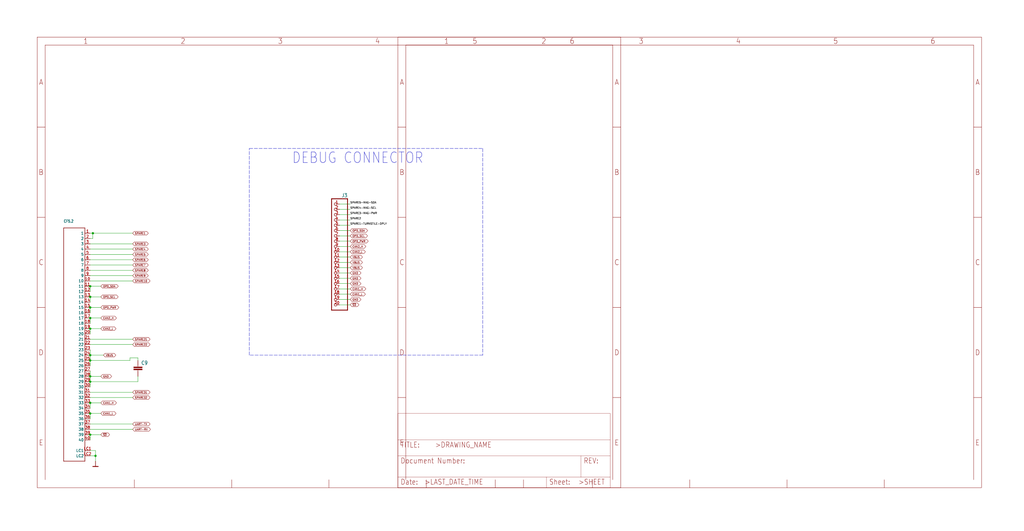
<source format=kicad_sch>
(kicad_sch (version 20211123) (generator eeschema)
  (paper "User" 490.22 254.406)
  (lib_symbols
    (symbol "oresat-backplane-1u-eagle-import:C-EU1206-B"
      (property "Reference" "C" (at 1.524 0.381 0))
      (property "Value" "C-EU1206-B" (at 1.524 -4.699 0))
      (symbol "C-EU1206-B_1_0"
        (rectangle (start -2.032 -2.032) (end 2.032 -1.524) (fill (type outline)))
        (rectangle (start -2.032 -1.016) (end 2.032 -0.508) (fill (type outline)))
        (polyline (pts (xy 0 -2.54) (xy 0 -2.032)) (stroke (width 0.1524)))
        (polyline (pts (xy 0 0) (xy 0 -0.508)) (stroke (width 0.1524)))
        (pin passive line (at 0 2.54 270) (length 2.54) (name "1") (number "1"))
        (pin passive line (at 0 -5.08 90) (length 2.54) (name "2") (number "2"))
      )
    )
    (symbol "oresat-backplane-1u-eagle-import:FRAME_A_L"
      (symbol "FRAME_A_L_0_0"
        (polyline (pts (xy 0 43.18) (xy 3.81 43.18)))
        (polyline (pts (xy 0 86.36) (xy 3.81 86.36)))
        (polyline (pts (xy 0 129.54) (xy 3.81 129.54)))
        (polyline (pts (xy 0 172.72) (xy 3.81 172.72)))
        (polyline (pts (xy 3.81 3.81) (xy 3.81 212.09)))
        (polyline (pts (xy 46.5667 0) (xy 46.5667 3.81)))
        (polyline (pts (xy 93.1333 0) (xy 93.1333 3.81)))
        (polyline (pts (xy 139.7 0) (xy 139.7 3.81)))
        (polyline (pts (xy 186.2667 0) (xy 186.2667 3.81)))
        (polyline (pts (xy 232.8333 0) (xy 232.8333 3.81)))
        (polyline (pts (xy 275.59 3.81) (xy 275.59 212.09)))
        (polyline (pts (xy 275.59 43.18) (xy 279.4 43.18)))
        (polyline (pts (xy 275.59 86.36) (xy 279.4 86.36)))
        (polyline (pts (xy 275.59 129.54) (xy 279.4 129.54)))
        (polyline (pts (xy 275.59 172.72) (xy 279.4 172.72)))
        (polyline (pts (xy 275.59 212.09) (xy 3.81 212.09)))
        (polyline (pts (xy 0 0) (xy 279.4 0) (xy 279.4 215.9) (xy 0 215.9) (xy 0 0)))
        (text "1" (at 23.2833 213.995 0) (effects (font (size 2.54 2.286))))
        (text "2" (at 69.85 213.995 0) (effects (font (size 2.54 2.286))))
        (text "3" (at 116.4167 213.995 0) (effects (font (size 2.54 2.286))))
        (text "4" (at 162.9833 213.995 0) (effects (font (size 2.54 2.286))))
        (text "5" (at 209.55 213.995 0) (effects (font (size 2.54 2.286))))
        (text "6" (at 256.1167 213.995 0) (effects (font (size 2.54 2.286))))
        (text "A" (at 1.905 194.31 0) (effects (font (size 2.54 2.286))))
        (text "A" (at 277.495 194.31 0) (effects (font (size 2.54 2.286))))
        (text "B" (at 1.905 151.13 0) (effects (font (size 2.54 2.286))))
        (text "B" (at 277.495 151.13 0) (effects (font (size 2.54 2.286))))
        (text "C" (at 1.905 107.95 0) (effects (font (size 2.54 2.286))))
        (text "C" (at 277.495 107.95 0) (effects (font (size 2.54 2.286))))
        (text "D" (at 1.905 64.77 0) (effects (font (size 2.54 2.286))))
        (text "D" (at 277.495 64.77 0) (effects (font (size 2.54 2.286))))
        (text "E" (at 1.905 21.59 0) (effects (font (size 2.54 2.286))))
        (text "E" (at 277.495 21.59 0) (effects (font (size 2.54 2.286))))
      )
      (symbol "FRAME_A_L_2_0"
        (polyline (pts (xy 0 0) (xy 0 5.08)) (stroke (width 0.1016)))
        (polyline (pts (xy 0 0) (xy 71.12 0)) (stroke (width 0.1016)))
        (polyline (pts (xy 0 5.08) (xy 0 15.24)) (stroke (width 0.1016)))
        (polyline (pts (xy 0 5.08) (xy 71.12 5.08)) (stroke (width 0.1016)))
        (polyline (pts (xy 0 15.24) (xy 0 22.86)) (stroke (width 0.1016)))
        (polyline (pts (xy 0 22.86) (xy 0 35.56)) (stroke (width 0.1016)))
        (polyline (pts (xy 0 22.86) (xy 101.6 22.86)) (stroke (width 0.1016)))
        (polyline (pts (xy 71.12 0) (xy 101.6 0)) (stroke (width 0.1016)))
        (polyline (pts (xy 71.12 5.08) (xy 71.12 0)) (stroke (width 0.1016)))
        (polyline (pts (xy 71.12 5.08) (xy 87.63 5.08)) (stroke (width 0.1016)))
        (polyline (pts (xy 87.63 5.08) (xy 101.6 5.08)) (stroke (width 0.1016)))
        (polyline (pts (xy 87.63 15.24) (xy 0 15.24)) (stroke (width 0.1016)))
        (polyline (pts (xy 87.63 15.24) (xy 87.63 5.08)) (stroke (width 0.1016)))
        (polyline (pts (xy 101.6 5.08) (xy 101.6 0)) (stroke (width 0.1016)))
        (polyline (pts (xy 101.6 15.24) (xy 87.63 15.24)) (stroke (width 0.1016)))
        (polyline (pts (xy 101.6 15.24) (xy 101.6 5.08)) (stroke (width 0.1016)))
        (polyline (pts (xy 101.6 22.86) (xy 101.6 15.24)) (stroke (width 0.1016)))
        (polyline (pts (xy 101.6 35.56) (xy 0 35.56)) (stroke (width 0.1016)))
        (polyline (pts (xy 101.6 35.56) (xy 101.6 22.86)) (stroke (width 0.1016)))
        (text ">DRAWING_NAME" (at 17.78 19.05 0) (effects (font (size 2.54 2.159)) (justify left bottom)))
        (text ">LAST_DATE_TIME" (at 12.7 1.27 0) (effects (font (size 2.54 2.159)) (justify left bottom)))
        (text ">SHEET" (at 86.36 1.27 0) (effects (font (size 2.54 2.159)) (justify left bottom)))
        (text "Date:" (at 1.27 1.27 0) (effects (font (size 2.54 2.159)) (justify left bottom)))
        (text "Document Number:" (at 1.27 11.43 0) (effects (font (size 2.54 2.159)) (justify left bottom)))
        (text "REV:" (at 88.9 11.43 0) (effects (font (size 2.54 2.159)) (justify left bottom)))
        (text "Sheet:" (at 72.39 1.27 0) (effects (font (size 2.54 2.159)) (justify left bottom)))
        (text "TITLE:" (at 1.27 19.05 0) (effects (font (size 2.54 2.159)) (justify left bottom)))
      )
    )
    (symbol "oresat-backplane-1u-eagle-import:GND" (power)
      (symbol "GND_1_0"
        (polyline (pts (xy -1.27 -2.54) (xy 1.27 -2.54)) (stroke (width 0.4064)))
        (pin power_in line (at 0 0 270) (length 2.54) (name "GND") (number "1"))
      )
    )
    (symbol "oresat-backplane-1u-eagle-import:HARWIN-M50-3501042"
      (property "Reference" "J" (at -6.35 26.035 0))
      (property "Value" "HARWIN-M50-3501042" (at -6.35 -30.48 0))
      (symbol "HARWIN-M50-3501042_1_0"
        (polyline (pts (xy -6.35 -27.94) (xy 1.27 -27.94)) (stroke (width 0.4064)))
        (polyline (pts (xy -6.35 25.4) (xy -6.35 -27.94)) (stroke (width 0.4064)))
        (polyline (pts (xy 1.27 -27.94) (xy 1.27 25.4)) (stroke (width 0.4064)))
        (polyline (pts (xy 1.27 25.4) (xy -6.35 25.4)) (stroke (width 0.4064)))
        (pin passive inverted (at -2.54 22.86 0) (length 2.54) (name "1") (number "1"))
        (pin passive inverted (at -2.54 0 0) (length 2.54) (name "10") (number "10"))
        (pin passive inverted (at -2.54 -2.54 0) (length 2.54) (name "11") (number "11"))
        (pin passive inverted (at -2.54 -5.08 0) (length 2.54) (name "12") (number "12"))
        (pin passive inverted (at -2.54 -7.62 0) (length 2.54) (name "13") (number "13"))
        (pin passive inverted (at -2.54 -10.16 0) (length 2.54) (name "14") (number "14"))
        (pin passive inverted (at -2.54 -12.7 0) (length 2.54) (name "15") (number "15"))
        (pin passive inverted (at -2.54 -15.24 0) (length 2.54) (name "16") (number "16"))
        (pin passive inverted (at -2.54 -17.78 0) (length 2.54) (name "17") (number "17"))
        (pin passive inverted (at -2.54 -20.32 0) (length 2.54) (name "18") (number "18"))
        (pin passive inverted (at -2.54 -22.86 0) (length 2.54) (name "19") (number "19"))
        (pin passive inverted (at -2.54 20.32 0) (length 2.54) (name "2") (number "2"))
        (pin passive inverted (at -2.54 -25.4 0) (length 2.54) (name "20") (number "20"))
        (pin passive inverted (at -2.54 17.78 0) (length 2.54) (name "3") (number "3"))
        (pin passive inverted (at -2.54 15.24 0) (length 2.54) (name "4") (number "4"))
        (pin passive inverted (at -2.54 12.7 0) (length 2.54) (name "5") (number "5"))
        (pin passive inverted (at -2.54 10.16 0) (length 2.54) (name "6") (number "6"))
        (pin passive inverted (at -2.54 7.62 0) (length 2.54) (name "7") (number "7"))
        (pin passive inverted (at -2.54 5.08 0) (length 2.54) (name "8") (number "8"))
        (pin passive inverted (at -2.54 2.54 0) (length 2.54) (name "9") (number "9"))
      )
    )
    (symbol "oresat-backplane-1u-eagle-import:SFM-120-X1-XXX-D"
      (property "Reference" "J" (at -2.54 50.8 0))
      (property "Value" "SFM-120-X1-XXX-D" (at -2.54 49.53 0))
      (symbol "SFM-120-X1-XXX-D_1_0"
        (polyline (pts (xy -2.54 -63.5) (xy -2.54 48.26)) (stroke (width 0.254)))
        (polyline (pts (xy -2.54 48.26) (xy 7.62 48.26)) (stroke (width 0.254)))
        (polyline (pts (xy 7.62 -63.5) (xy -2.54 -63.5)) (stroke (width 0.254)))
        (polyline (pts (xy 7.62 48.26) (xy 7.62 -63.5)) (stroke (width 0.254)))
        (pin passive line (at 10.16 45.72 180) (length 2.54) (name "1") (number "1"))
        (pin passive line (at 10.16 22.86 180) (length 2.54) (name "10") (number "10"))
        (pin passive line (at 10.16 20.32 180) (length 2.54) (name "11") (number "11"))
        (pin passive line (at 10.16 17.78 180) (length 2.54) (name "12") (number "12"))
        (pin passive line (at 10.16 15.24 180) (length 2.54) (name "13") (number "13"))
        (pin passive line (at 10.16 12.7 180) (length 2.54) (name "14") (number "14"))
        (pin passive line (at 10.16 10.16 180) (length 2.54) (name "15") (number "15"))
        (pin passive line (at 10.16 7.62 180) (length 2.54) (name "16") (number "16"))
        (pin passive line (at 10.16 5.08 180) (length 2.54) (name "17") (number "17"))
        (pin passive line (at 10.16 2.54 180) (length 2.54) (name "18") (number "18"))
        (pin passive line (at 10.16 0 180) (length 2.54) (name "19") (number "19"))
        (pin passive line (at 10.16 43.18 180) (length 2.54) (name "2") (number "2"))
        (pin passive line (at 10.16 -2.54 180) (length 2.54) (name "20") (number "20"))
        (pin passive line (at 10.16 -5.08 180) (length 2.54) (name "21") (number "21"))
        (pin passive line (at 10.16 -7.62 180) (length 2.54) (name "22") (number "22"))
        (pin passive line (at 10.16 -10.16 180) (length 2.54) (name "23") (number "23"))
        (pin passive line (at 10.16 -12.7 180) (length 2.54) (name "24") (number "24"))
        (pin passive line (at 10.16 -15.24 180) (length 2.54) (name "25") (number "25"))
        (pin passive line (at 10.16 -17.78 180) (length 2.54) (name "26") (number "26"))
        (pin passive line (at 10.16 -20.32 180) (length 2.54) (name "27") (number "27"))
        (pin passive line (at 10.16 -22.86 180) (length 2.54) (name "28") (number "28"))
        (pin passive line (at 10.16 -25.4 180) (length 2.54) (name "29") (number "29"))
        (pin passive line (at 10.16 40.64 180) (length 2.54) (name "3") (number "3"))
        (pin passive line (at 10.16 -27.94 180) (length 2.54) (name "30") (number "30"))
        (pin passive line (at 10.16 -30.48 180) (length 2.54) (name "31") (number "31"))
        (pin passive line (at 10.16 -33.02 180) (length 2.54) (name "32") (number "32"))
        (pin passive line (at 10.16 -35.56 180) (length 2.54) (name "33") (number "33"))
        (pin passive line (at 10.16 -38.1 180) (length 2.54) (name "34") (number "34"))
        (pin passive line (at 10.16 -40.64 180) (length 2.54) (name "35") (number "35"))
        (pin passive line (at 10.16 -43.18 180) (length 2.54) (name "36") (number "36"))
        (pin passive line (at 10.16 -45.72 180) (length 2.54) (name "37") (number "37"))
        (pin passive line (at 10.16 -48.26 180) (length 2.54) (name "38") (number "38"))
        (pin passive line (at 10.16 -50.8 180) (length 2.54) (name "39") (number "39"))
        (pin passive line (at 10.16 38.1 180) (length 2.54) (name "4") (number "4"))
        (pin passive line (at 10.16 -53.34 180) (length 2.54) (name "40") (number "40"))
        (pin passive line (at 10.16 35.56 180) (length 2.54) (name "5") (number "5"))
        (pin passive line (at 10.16 33.02 180) (length 2.54) (name "6") (number "6"))
        (pin passive line (at 10.16 30.48 180) (length 2.54) (name "7") (number "7"))
        (pin passive line (at 10.16 27.94 180) (length 2.54) (name "8") (number "8"))
        (pin passive line (at 10.16 25.4 180) (length 2.54) (name "9") (number "9"))
        (pin passive line (at 10.16 -58.42 180) (length 2.54) (name "LC1") (number "LC1"))
        (pin passive line (at 10.16 -60.96 180) (length 2.54) (name "LC2") (number "LC2"))
      )
    )
  )
  (junction (at 43.18 170.18))
  (junction (at 44.45 111.76))
  (junction (at 43.18 180.34))
  (junction (at 43.18 182.88))
  (junction (at 43.18 193.04))
  (junction (at 43.18 142.24))
  (junction (at 43.18 152.4))
  (junction (at 43.18 157.48))
  (junction (at 43.18 172.72))
  (junction (at 45.72 218.44))
  (junction (at 43.18 208.28))
  (junction (at 43.18 137.16))
  (junction (at 43.18 198.12))
  (junction (at 43.18 147.32))
  (wire (pts (xy 43.18 137.16) (xy 43.18 139.7)))
  (wire (pts (xy 167.64 120.65) (xy 162.56 120.65)))
  (wire (pts (xy 43.18 134.62) (xy 63.5 134.62)))
  (polyline (pts (xy 119.38 170.18) (xy 119.38 71.12)))
  (wire (pts (xy 167.64 133.35) (xy 162.56 133.35)))
  (wire (pts (xy 44.45 111.76) (xy 63.5 111.76)))
  (wire (pts (xy 167.64 146.05) (xy 162.56 146.05)))
  (wire (pts (xy 167.64 113.03) (xy 162.56 113.03)))
  (wire (pts (xy 66.04 171.45) (xy 66.04 172.72)))
  (wire (pts (xy 43.18 157.48) (xy 43.18 160.02)))
  (wire (pts (xy 43.18 218.44) (xy 45.72 218.44)))
  (polyline (pts (xy 231.14 71.12) (xy 231.14 170.18)))
  (wire (pts (xy 48.26 142.24) (xy 43.18 142.24)))
  (wire (pts (xy 167.64 135.89) (xy 162.56 135.89)))
  (wire (pts (xy 43.18 147.32) (xy 43.18 149.86)))
  (wire (pts (xy 43.18 215.9) (xy 45.72 215.9)))
  (wire (pts (xy 43.18 124.46) (xy 63.5 124.46)))
  (wire (pts (xy 167.64 143.51) (xy 162.56 143.51)))
  (wire (pts (xy 167.64 128.27) (xy 162.56 128.27)))
  (wire (pts (xy 43.18 170.18) (xy 43.18 172.72)))
  (wire (pts (xy 43.18 121.92) (xy 63.5 121.92)))
  (wire (pts (xy 43.18 172.72) (xy 62.23 172.72)))
  (wire (pts (xy 48.26 157.48) (xy 43.18 157.48)))
  (wire (pts (xy 43.18 162.56) (xy 63.5 162.56)))
  (wire (pts (xy 43.18 152.4) (xy 48.26 152.4)))
  (wire (pts (xy 49.53 170.18) (xy 43.18 170.18)))
  (wire (pts (xy 66.04 182.88) (xy 43.18 182.88)))
  (wire (pts (xy 45.72 218.44) (xy 45.72 220.98)))
  (wire (pts (xy 62.23 172.72) (xy 62.23 171.45)))
  (wire (pts (xy 162.56 97.79) (xy 167.64 97.79)))
  (wire (pts (xy 62.23 171.45) (xy 66.04 171.45)))
  (wire (pts (xy 48.26 208.28) (xy 43.18 208.28)))
  (wire (pts (xy 43.18 177.8) (xy 43.18 180.34)))
  (wire (pts (xy 43.18 129.54) (xy 63.5 129.54)))
  (wire (pts (xy 45.72 215.9) (xy 45.72 218.44)))
  (wire (pts (xy 43.18 203.2) (xy 63.5 203.2)))
  (wire (pts (xy 43.18 208.28) (xy 43.18 210.82)))
  (wire (pts (xy 162.56 102.87) (xy 167.64 102.87)))
  (wire (pts (xy 167.64 107.95) (xy 162.56 107.95)))
  (wire (pts (xy 48.26 180.34) (xy 43.18 180.34)))
  (wire (pts (xy 44.45 114.3) (xy 44.45 111.76)))
  (wire (pts (xy 167.64 110.49) (xy 162.56 110.49)))
  (wire (pts (xy 43.18 172.72) (xy 43.18 175.26)))
  (wire (pts (xy 48.26 137.16) (xy 43.18 137.16)))
  (wire (pts (xy 43.18 142.24) (xy 43.18 144.78)))
  (wire (pts (xy 43.18 180.34) (xy 43.18 182.88)))
  (wire (pts (xy 48.26 147.32) (xy 43.18 147.32)))
  (wire (pts (xy 43.18 114.3) (xy 44.45 114.3)))
  (wire (pts (xy 43.18 205.74) (xy 63.5 205.74)))
  (wire (pts (xy 167.64 140.97) (xy 162.56 140.97)))
  (wire (pts (xy 167.64 115.57) (xy 162.56 115.57)))
  (wire (pts (xy 167.64 105.41) (xy 162.56 105.41)))
  (wire (pts (xy 43.18 190.5) (xy 63.5 190.5)))
  (wire (pts (xy 167.64 130.81) (xy 162.56 130.81)))
  (wire (pts (xy 43.18 193.04) (xy 43.18 195.58)))
  (wire (pts (xy 43.18 165.1) (xy 63.5 165.1)))
  (wire (pts (xy 48.26 193.04) (xy 43.18 193.04)))
  (wire (pts (xy 162.56 118.11) (xy 167.64 118.11)))
  (wire (pts (xy 43.18 187.96) (xy 63.5 187.96)))
  (wire (pts (xy 48.26 198.12) (xy 43.18 198.12)))
  (wire (pts (xy 66.04 180.34) (xy 66.04 182.88)))
  (wire (pts (xy 167.64 138.43) (xy 162.56 138.43)))
  (wire (pts (xy 43.18 167.64) (xy 43.18 170.18)))
  (polyline (pts (xy 231.14 170.18) (xy 119.38 170.18)))
  (wire (pts (xy 43.18 111.76) (xy 44.45 111.76)))
  (wire (pts (xy 43.18 152.4) (xy 43.18 154.94)))
  (wire (pts (xy 167.64 123.19) (xy 162.56 123.19)))
  (wire (pts (xy 167.64 125.73) (xy 162.56 125.73)))
  (wire (pts (xy 43.18 119.38) (xy 63.5 119.38)))
  (wire (pts (xy 43.18 127) (xy 63.5 127)))
  (wire (pts (xy 43.18 198.12) (xy 43.18 200.66)))
  (wire (pts (xy 43.18 132.08) (xy 63.5 132.08)))
  (wire (pts (xy 43.18 116.84) (xy 63.5 116.84)))
  (wire (pts (xy 43.18 182.88) (xy 43.18 185.42)))
  (polyline (pts (xy 119.38 71.12) (xy 231.14 71.12)))
  (wire (pts (xy 162.56 100.33) (xy 167.64 100.33)))
  (text "DEBUG CONNECTOR" (at 139.7 78.74 180) (effects (font (size 5.08 4.318)) (justify left bottom)))
  (label "SPARE5-MAG-SDA" (at 167.64 97.79 0) (effects (font (size 0.889 0.889))))
  (label "SPARE4-MAG-SCL" (at 167.64 100.33 0) (effects (font (size 0.889 0.889))))
  (label "SPARE3-MAG-PWR" (at 167.64 102.87 0) (effects (font (size 0.889 0.889))))
  (label "SPARE1-TURNSTILE-DPLY" (at 167.64 107.95 0) (effects (font (size 0.889 0.889))))
  (label "SPARE2" (at 167.64 105.41 0) (effects (font (size 0.889 0.889))))
  (global_label "SPARE22" (shape bidirectional) (at 63.5 165.1 0) (effects (font (size 0.889 0.889))) (property "Intersheet References" "${INTERSHEET_REFS}" (effects hide)))
  (global_label "SPARE1" (shape bidirectional) (at 63.5 111.76 0) (effects (font (size 0.889 0.889))) (property "Intersheet References" "${INTERSHEET_REFS}" (effects hide)))
  (global_label "UART-TX" (shape bidirectional) (at 63.5 203.2 0) (effects (font (size 0.889 0.889))) (property "Intersheet References" "${INTERSHEET_REFS}" (effects hide)))
  (global_label "SPARE32" (shape bidirectional) (at 63.5 190.5 0) (effects (font (size 0.889 0.889))) (property "Intersheet References" "${INTERSHEET_REFS}" (effects hide)))
  (global_label "~{SD}" (shape bidirectional) (at 167.64 146.05 0) (effects (font (size 0.889 0.889))) (property "Intersheet References" "${INTERSHEET_REFS}" (effects hide)))
  (global_label "GND" (shape bidirectional) (at 167.64 135.89 0) (effects (font (size 0.889 0.889))) (property "Intersheet References" "${INTERSHEET_REFS}" (effects hide)))
  (global_label "CAN1_H" (shape bidirectional) (at 48.26 193.04 0) (effects (font (size 0.889 0.889))) (property "Intersheet References" "${INTERSHEET_REFS}" (effects hide)))
  (global_label "SPARE10" (shape bidirectional) (at 63.5 134.62 0) (effects (font (size 0.889 0.889))) (property "Intersheet References" "${INTERSHEET_REFS}" (effects hide)))
  (global_label "CAN2_L" (shape bidirectional) (at 167.64 120.65 0) (effects (font (size 0.889 0.889))) (property "Intersheet References" "${INTERSHEET_REFS}" (effects hide)))
  (global_label "VBUS" (shape bidirectional) (at 49.53 170.18 0) (effects (font (size 0.889 0.889))) (property "Intersheet References" "${INTERSHEET_REFS}" (effects hide)))
  (global_label "SPARE7" (shape bidirectional) (at 63.5 127 0) (effects (font (size 0.889 0.889))) (property "Intersheet References" "${INTERSHEET_REFS}" (effects hide)))
  (global_label "CAN2_H" (shape bidirectional) (at 48.26 152.4 0) (effects (font (size 0.889 0.889))) (property "Intersheet References" "${INTERSHEET_REFS}" (effects hide)))
  (global_label "UART-RX" (shape bidirectional) (at 63.5 205.74 0) (effects (font (size 0.889 0.889))) (property "Intersheet References" "${INTERSHEET_REFS}" (effects hide)))
  (global_label "CAN2_L" (shape bidirectional) (at 48.26 157.48 0) (effects (font (size 0.889 0.889))) (property "Intersheet References" "${INTERSHEET_REFS}" (effects hide)))
  (global_label "GND" (shape bidirectional) (at 167.64 130.81 0) (effects (font (size 0.889 0.889))) (property "Intersheet References" "${INTERSHEET_REFS}" (effects hide)))
  (global_label "OPD_SCL" (shape bidirectional) (at 167.64 113.03 0) (effects (font (size 0.889 0.889))) (property "Intersheet References" "${INTERSHEET_REFS}" (effects hide)))
  (global_label "CAN1_L" (shape bidirectional) (at 167.64 140.97 0) (effects (font (size 0.889 0.889))) (property "Intersheet References" "${INTERSHEET_REFS}" (effects hide)))
  (global_label "CAN1_L" (shape bidirectional) (at 48.26 198.12 0) (effects (font (size 0.889 0.889))) (property "Intersheet References" "${INTERSHEET_REFS}" (effects hide)))
  (global_label "GND" (shape bidirectional) (at 48.26 180.34 0) (effects (font (size 0.889 0.889))) (property "Intersheet References" "${INTERSHEET_REFS}" (effects hide)))
  (global_label "OPD_SDA" (shape bidirectional) (at 48.26 137.16 0) (effects (font (size 0.889 0.889))) (property "Intersheet References" "${INTERSHEET_REFS}" (effects hide)))
  (global_label "OPD_SCL" (shape bidirectional) (at 48.26 142.24 0) (effects (font (size 0.889 0.889))) (property "Intersheet References" "${INTERSHEET_REFS}" (effects hide)))
  (global_label "SPARE31" (shape bidirectional) (at 63.5 187.96 0) (effects (font (size 0.889 0.889))) (property "Intersheet References" "${INTERSHEET_REFS}" (effects hide)))
  (global_label "SPARE5" (shape bidirectional) (at 63.5 121.92 0) (effects (font (size 0.889 0.889))) (property "Intersheet References" "${INTERSHEET_REFS}" (effects hide)))
  (global_label "CAN1_H" (shape bidirectional) (at 167.64 138.43 0) (effects (font (size 0.889 0.889))) (property "Intersheet References" "${INTERSHEET_REFS}" (effects hide)))
  (global_label "VBUS" (shape bidirectional) (at 167.64 128.27 0) (effects (font (size 0.889 0.889))) (property "Intersheet References" "${INTERSHEET_REFS}" (effects hide)))
  (global_label "SPARE4" (shape bidirectional) (at 63.5 119.38 0) (effects (font (size 0.889 0.889))) (property "Intersheet References" "${INTERSHEET_REFS}" (effects hide)))
  (global_label "SPARE8" (shape bidirectional) (at 63.5 129.54 0) (effects (font (size 0.889 0.889))) (property "Intersheet References" "${INTERSHEET_REFS}" (effects hide)))
  (global_label "OPD_PWR" (shape bidirectional) (at 167.64 115.57 0) (effects (font (size 0.889 0.889))) (property "Intersheet References" "${INTERSHEET_REFS}" (effects hide)))
  (global_label "CAN2_H" (shape bidirectional) (at 167.64 118.11 0) (effects (font (size 0.889 0.889))) (property "Intersheet References" "${INTERSHEET_REFS}" (effects hide)))
  (global_label "OPD_SDA" (shape bidirectional) (at 167.64 110.49 0) (effects (font (size 0.889 0.889))) (property "Intersheet References" "${INTERSHEET_REFS}" (effects hide)))
  (global_label "~{SD}" (shape bidirectional) (at 48.26 208.28 0) (effects (font (size 0.889 0.889))) (property "Intersheet References" "${INTERSHEET_REFS}" (effects hide)))
  (global_label "GND" (shape bidirectional) (at 167.64 133.35 0) (effects (font (size 0.889 0.889))) (property "Intersheet References" "${INTERSHEET_REFS}" (effects hide)))
  (global_label "SPARE6" (shape bidirectional) (at 63.5 124.46 0) (effects (font (size 0.889 0.889))) (property "Intersheet References" "${INTERSHEET_REFS}" (effects hide)))
  (global_label "VBUS" (shape bidirectional) (at 167.64 123.19 0) (effects (font (size 0.889 0.889))) (property "Intersheet References" "${INTERSHEET_REFS}" (effects hide)))
  (global_label "VBUS" (shape bidirectional) (at 167.64 125.73 0) (effects (font (size 0.889 0.889))) (property "Intersheet References" "${INTERSHEET_REFS}" (effects hide)))
  (global_label "SPARE9" (shape bidirectional) (at 63.5 132.08 0) (effects (font (size 0.889 0.889))) (property "Intersheet References" "${INTERSHEET_REFS}" (effects hide)))
  (global_label "SPARE3" (shape bidirectional) (at 63.5 116.84 0) (effects (font (size 0.889 0.889))) (property "Intersheet References" "${INTERSHEET_REFS}" (effects hide)))
  (global_label "OPD_PWR" (shape bidirectional) (at 48.26 147.32 0) (effects (font (size 0.889 0.889))) (property "Intersheet References" "${INTERSHEET_REFS}" (effects hide)))
  (global_label "SPARE21" (shape bidirectional) (at 63.5 162.56 0) (effects (font (size 0.889 0.889))) (property "Intersheet References" "${INTERSHEET_REFS}" (effects hide)))
  (global_label "GND" (shape bidirectional) (at 167.64 143.51 0) (effects (font (size 0.889 0.889))) (property "Intersheet References" "${INTERSHEET_REFS}" (effects hide)))
  (symbol (lib_id "oresat-backplane-1u-eagle-import:FRAME_A_L") (at 190.5 233.68 0) (unit 2)
    (property "Reference" "#FRAME16" (effects hide))
  )
  (symbol (lib_id "oresat-backplane-1u-eagle-import:C-EU1206-B") (at 66.04 175.26 0) (unit 1)
    (property "Reference" "C9" (at 67.564 174.879 0) (effects (font (size 1.778 1.5113)) (justify left bottom)))
  )
  (symbol (lib_id "oresat-backplane-1u-eagle-import:HARWIN-M50-3501042") (at 160.02 120.65 0) (mirror y) (unit 1)
    (property "Reference" "J3" (at 166.37 94.615 0) (effects (font (size 1.778 1.5113)) (justify left bottom)))
  )
  (symbol (lib_id "oresat-backplane-1u-eagle-import:FRAME_A_L") (at 17.78 233.68 0) (unit 1)
    (property "Reference" "#FRAME16" (effects hide))
  )
  (symbol (lib_id "oresat-backplane-1u-eagle-import:SFM-120-X1-XXX-D") (at 33.02 157.48 0) (unit 1)
    (property "Reference" "CF5.2" (at 30.48 106.68 0) (effects (font (size 1.27 1.0795)) (justify left bottom)))
  )
  (symbol (lib_id "oresat-backplane-1u-eagle-import:GND") (at 45.72 220.98 0) (unit 1)
    (property "Reference" "#GND91" (effects hide))
  )
)
</source>
